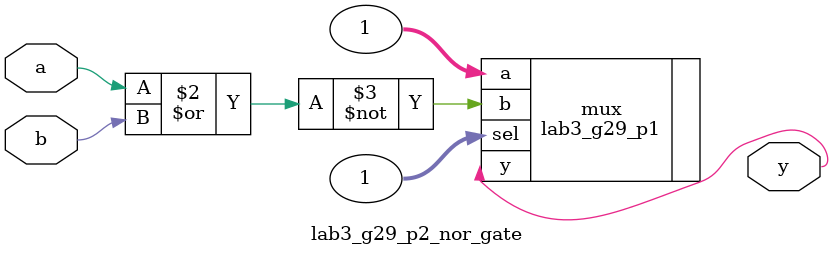
<source format=sv>
module lab3_g29_p2_nor_gate (
    input logic a,
    input logic b,
    output logic y
);

lab3_g29_p1 mux (
    .a(1), // NOR işlemi için A girişini ters çeviriyoruz
    .b(~(a | b)), // A ve B'nin NOR işlemi
    .sel(1), // Seçim sinyali sabit 1
    .y(y)
);

endmodule



</source>
